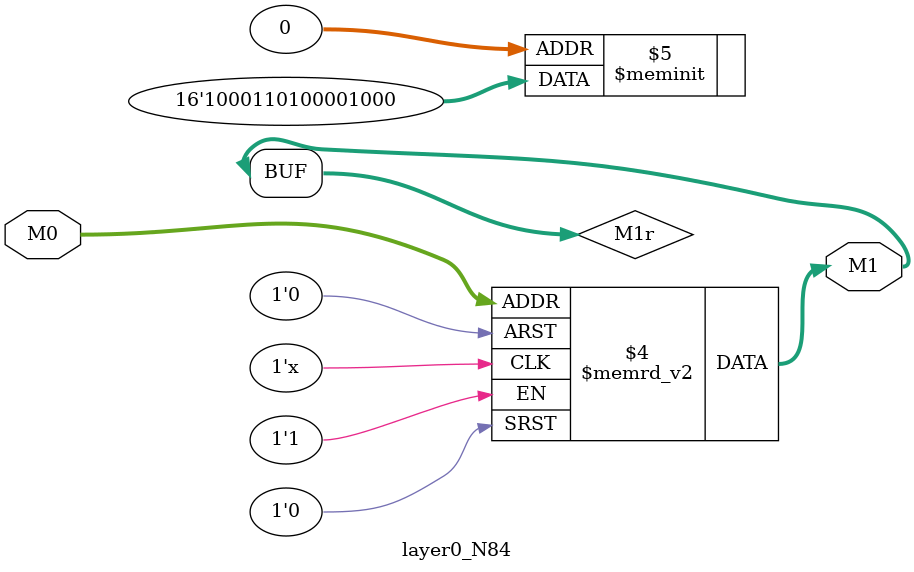
<source format=v>
module layer0_N84 ( input [2:0] M0, output [1:0] M1 );

	(*rom_style = "distributed" *) reg [1:0] M1r;
	assign M1 = M1r;
	always @ (M0) begin
		case (M0)
			3'b000: M1r = 2'b00;
			3'b100: M1r = 2'b01;
			3'b010: M1r = 2'b00;
			3'b110: M1r = 2'b00;
			3'b001: M1r = 2'b10;
			3'b101: M1r = 2'b11;
			3'b011: M1r = 2'b00;
			3'b111: M1r = 2'b10;

		endcase
	end
endmodule

</source>
